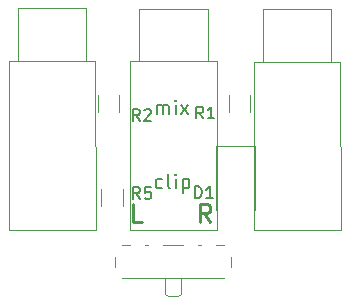
<source format=gbr>
%TF.GenerationSoftware,KiCad,Pcbnew,(6.0.2-0)*%
%TF.CreationDate,2022-07-29T18:45:40+02:00*%
%TF.ProjectId,2xMixer,32784d69-7865-4722-9e6b-696361645f70,rev?*%
%TF.SameCoordinates,Original*%
%TF.FileFunction,Legend,Top*%
%TF.FilePolarity,Positive*%
%FSLAX46Y46*%
G04 Gerber Fmt 4.6, Leading zero omitted, Abs format (unit mm)*
G04 Created by KiCad (PCBNEW (6.0.2-0)) date 2022-07-29 18:45:40*
%MOMM*%
%LPD*%
G01*
G04 APERTURE LIST*
%ADD10C,0.200000*%
%ADD11C,0.250000*%
%ADD12C,0.150000*%
%ADD13C,0.120000*%
G04 APERTURE END LIST*
D10*
X121817857Y-75060714D02*
X121703571Y-75117857D01*
X121475000Y-75117857D01*
X121360714Y-75060714D01*
X121303571Y-75003571D01*
X121246428Y-74889285D01*
X121246428Y-74546428D01*
X121303571Y-74432142D01*
X121360714Y-74375000D01*
X121475000Y-74317857D01*
X121703571Y-74317857D01*
X121817857Y-74375000D01*
X122503571Y-75117857D02*
X122389285Y-75060714D01*
X122332142Y-74946428D01*
X122332142Y-73917857D01*
X122960714Y-75117857D02*
X122960714Y-74317857D01*
X122960714Y-73917857D02*
X122903571Y-73975000D01*
X122960714Y-74032142D01*
X123017857Y-73975000D01*
X122960714Y-73917857D01*
X122960714Y-74032142D01*
X123532142Y-74317857D02*
X123532142Y-75517857D01*
X123532142Y-74375000D02*
X123646428Y-74317857D01*
X123875000Y-74317857D01*
X123989285Y-74375000D01*
X124046428Y-74432142D01*
X124103571Y-74546428D01*
X124103571Y-74889285D01*
X124046428Y-75003571D01*
X123989285Y-75060714D01*
X123875000Y-75117857D01*
X123646428Y-75117857D01*
X123532142Y-75060714D01*
D11*
X120089285Y-77953571D02*
X119375000Y-77953571D01*
X119375000Y-76453571D01*
X125889285Y-77953571D02*
X125389285Y-77239285D01*
X125032142Y-77953571D02*
X125032142Y-76453571D01*
X125603571Y-76453571D01*
X125746428Y-76525000D01*
X125817857Y-76596428D01*
X125889285Y-76739285D01*
X125889285Y-76953571D01*
X125817857Y-77096428D01*
X125746428Y-77167857D01*
X125603571Y-77239285D01*
X125032142Y-77239285D01*
D10*
X121339285Y-68842857D02*
X121339285Y-68042857D01*
X121339285Y-68157142D02*
X121396428Y-68100000D01*
X121510714Y-68042857D01*
X121682142Y-68042857D01*
X121796428Y-68100000D01*
X121853571Y-68214285D01*
X121853571Y-68842857D01*
X121853571Y-68214285D02*
X121910714Y-68100000D01*
X122025000Y-68042857D01*
X122196428Y-68042857D01*
X122310714Y-68100000D01*
X122367857Y-68214285D01*
X122367857Y-68842857D01*
X122939285Y-68842857D02*
X122939285Y-68042857D01*
X122939285Y-67642857D02*
X122882142Y-67700000D01*
X122939285Y-67757142D01*
X122996428Y-67700000D01*
X122939285Y-67642857D01*
X122939285Y-67757142D01*
X123396428Y-68842857D02*
X124025000Y-68042857D01*
X123396428Y-68042857D02*
X124025000Y-68842857D01*
D12*
%TO.C,D1*%
X124586904Y-75952380D02*
X124586904Y-74952380D01*
X124825000Y-74952380D01*
X124967857Y-75000000D01*
X125063095Y-75095238D01*
X125110714Y-75190476D01*
X125158333Y-75380952D01*
X125158333Y-75523809D01*
X125110714Y-75714285D01*
X125063095Y-75809523D01*
X124967857Y-75904761D01*
X124825000Y-75952380D01*
X124586904Y-75952380D01*
X126110714Y-75952380D02*
X125539285Y-75952380D01*
X125825000Y-75952380D02*
X125825000Y-74952380D01*
X125729761Y-75095238D01*
X125634523Y-75190476D01*
X125539285Y-75238095D01*
%TO.C,R1*%
X125283333Y-69202380D02*
X124950000Y-68726190D01*
X124711904Y-69202380D02*
X124711904Y-68202380D01*
X125092857Y-68202380D01*
X125188095Y-68250000D01*
X125235714Y-68297619D01*
X125283333Y-68392857D01*
X125283333Y-68535714D01*
X125235714Y-68630952D01*
X125188095Y-68678571D01*
X125092857Y-68726190D01*
X124711904Y-68726190D01*
X126235714Y-69202380D02*
X125664285Y-69202380D01*
X125950000Y-69202380D02*
X125950000Y-68202380D01*
X125854761Y-68345238D01*
X125759523Y-68440476D01*
X125664285Y-68488095D01*
%TO.C,R2*%
X119908333Y-69427380D02*
X119575000Y-68951190D01*
X119336904Y-69427380D02*
X119336904Y-68427380D01*
X119717857Y-68427380D01*
X119813095Y-68475000D01*
X119860714Y-68522619D01*
X119908333Y-68617857D01*
X119908333Y-68760714D01*
X119860714Y-68855952D01*
X119813095Y-68903571D01*
X119717857Y-68951190D01*
X119336904Y-68951190D01*
X120289285Y-68522619D02*
X120336904Y-68475000D01*
X120432142Y-68427380D01*
X120670238Y-68427380D01*
X120765476Y-68475000D01*
X120813095Y-68522619D01*
X120860714Y-68617857D01*
X120860714Y-68713095D01*
X120813095Y-68855952D01*
X120241666Y-69427380D01*
X120860714Y-69427380D01*
%TO.C,R5*%
X119933333Y-76027380D02*
X119600000Y-75551190D01*
X119361904Y-76027380D02*
X119361904Y-75027380D01*
X119742857Y-75027380D01*
X119838095Y-75075000D01*
X119885714Y-75122619D01*
X119933333Y-75217857D01*
X119933333Y-75360714D01*
X119885714Y-75455952D01*
X119838095Y-75503571D01*
X119742857Y-75551190D01*
X119361904Y-75551190D01*
X120838095Y-75027380D02*
X120361904Y-75027380D01*
X120314285Y-75503571D01*
X120361904Y-75455952D01*
X120457142Y-75408333D01*
X120695238Y-75408333D01*
X120790476Y-75455952D01*
X120838095Y-75503571D01*
X120885714Y-75598809D01*
X120885714Y-75836904D01*
X120838095Y-75932142D01*
X120790476Y-75979761D01*
X120695238Y-76027380D01*
X120457142Y-76027380D01*
X120361904Y-75979761D01*
X120314285Y-75932142D01*
D13*
%TO.C,D1*%
X129625000Y-71550000D02*
X126325000Y-71550000D01*
X126325000Y-71550000D02*
X126325000Y-76950000D01*
X129625000Y-71550000D02*
X129625000Y-76950000D01*
%TO.C,R1*%
X127465000Y-68652064D02*
X127465000Y-67197936D01*
X129285000Y-68652064D02*
X129285000Y-67197936D01*
%TO.C,J1*%
X136857600Y-64400500D02*
X136908400Y-78675300D01*
X129542400Y-64400500D02*
X129542400Y-78675300D01*
X129542400Y-78675300D02*
X136908400Y-78675300D01*
X136095600Y-59930100D02*
X130304400Y-59930100D01*
X129542400Y-64400500D02*
X136857600Y-64400500D01*
X130304400Y-59930100D02*
X130304400Y-64400500D01*
X136095600Y-64400500D02*
X136095600Y-59930100D01*
%TO.C,SW1*%
X123175000Y-84245000D02*
X122275000Y-84245000D01*
X122075000Y-84045000D02*
X122275000Y-84245000D01*
X127675000Y-81745000D02*
X127675000Y-80955000D01*
X121875000Y-79955000D02*
X123575000Y-79955000D01*
X118375000Y-79955000D02*
X119075000Y-79955000D01*
X123375000Y-84045000D02*
X123375000Y-82745000D01*
X117775000Y-80955000D02*
X117775000Y-81745000D01*
X118375000Y-82745000D02*
X127075000Y-82745000D01*
X120375000Y-79955000D02*
X120575000Y-79955000D01*
X122075000Y-82745000D02*
X122075000Y-84045000D01*
X126375000Y-79955000D02*
X127075000Y-79955000D01*
X123375000Y-84045000D02*
X123175000Y-84245000D01*
X124875000Y-79955000D02*
X125075000Y-79955000D01*
%TO.C,J2*%
X115395600Y-59867600D02*
X109604400Y-59867600D01*
X108842400Y-64338000D02*
X108842400Y-78612800D01*
X108842400Y-64338000D02*
X116157600Y-64338000D01*
X108842400Y-78612800D02*
X116208400Y-78612800D01*
X115395600Y-64338000D02*
X115395600Y-59867600D01*
X116157600Y-64338000D02*
X116208400Y-78612800D01*
X109604400Y-59867600D02*
X109604400Y-64338000D01*
%TO.C,J3*%
X126407600Y-64378000D02*
X126458400Y-78652800D01*
X125645600Y-59907600D02*
X119854400Y-59907600D01*
X119092400Y-64378000D02*
X119092400Y-78652800D01*
X125645600Y-64378000D02*
X125645600Y-59907600D01*
X119092400Y-78652800D02*
X126458400Y-78652800D01*
X119854400Y-59907600D02*
X119854400Y-64378000D01*
X119092400Y-64378000D02*
X126407600Y-64378000D01*
%TO.C,R2*%
X116365000Y-68652064D02*
X116365000Y-67197936D01*
X118185000Y-68652064D02*
X118185000Y-67197936D01*
%TO.C,R5*%
X118460000Y-75197936D02*
X118460000Y-76652064D01*
X116640000Y-75197936D02*
X116640000Y-76652064D01*
%TD*%
M02*

</source>
